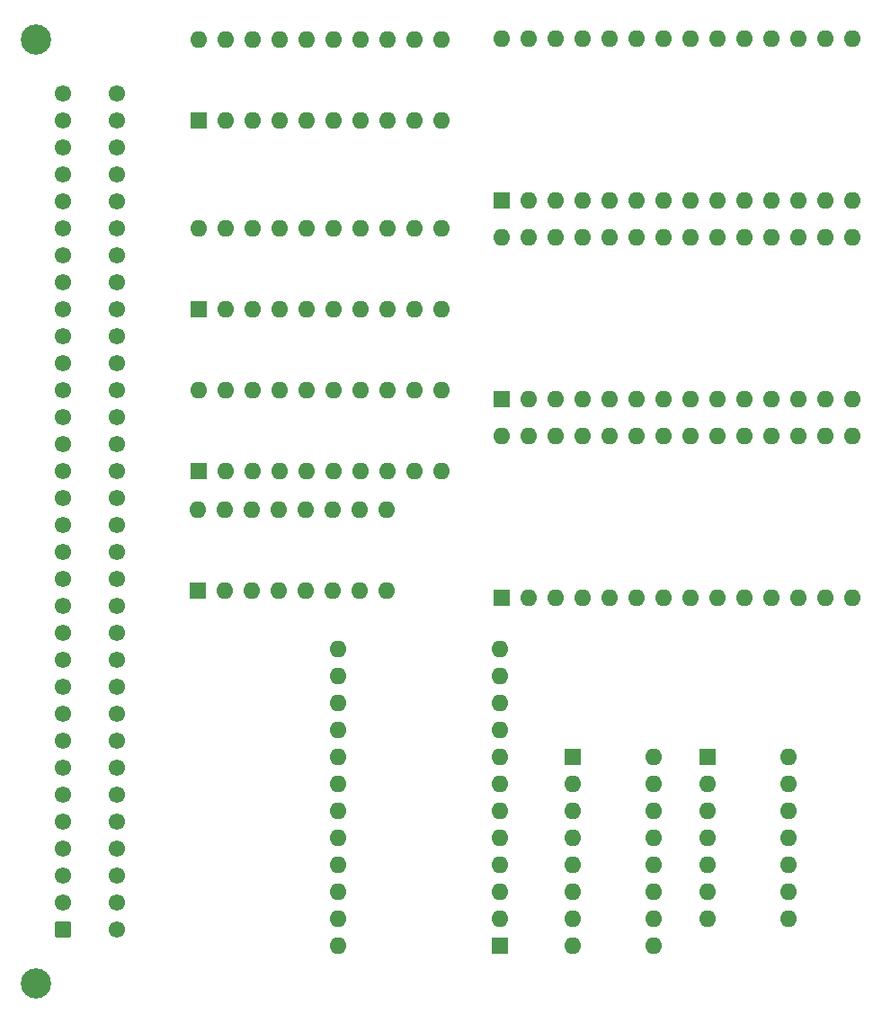
<source format=gbr>
%TF.GenerationSoftware,KiCad,Pcbnew,7.0.9*%
%TF.CreationDate,2024-04-21T12:45:51+02:00*%
%TF.ProjectId,C_-836,43c52d38-3336-42e6-9b69-6361645f7063,rev?*%
%TF.SameCoordinates,Original*%
%TF.FileFunction,Soldermask,Bot*%
%TF.FilePolarity,Negative*%
%FSLAX46Y46*%
G04 Gerber Fmt 4.6, Leading zero omitted, Abs format (unit mm)*
G04 Created by KiCad (PCBNEW 7.0.9) date 2024-04-21 12:45:51*
%MOMM*%
%LPD*%
G01*
G04 APERTURE LIST*
G04 Aperture macros list*
%AMRoundRect*
0 Rectangle with rounded corners*
0 $1 Rounding radius*
0 $2 $3 $4 $5 $6 $7 $8 $9 X,Y pos of 4 corners*
0 Add a 4 corners polygon primitive as box body*
4,1,4,$2,$3,$4,$5,$6,$7,$8,$9,$2,$3,0*
0 Add four circle primitives for the rounded corners*
1,1,$1+$1,$2,$3*
1,1,$1+$1,$4,$5*
1,1,$1+$1,$6,$7*
1,1,$1+$1,$8,$9*
0 Add four rect primitives between the rounded corners*
20,1,$1+$1,$2,$3,$4,$5,0*
20,1,$1+$1,$4,$5,$6,$7,0*
20,1,$1+$1,$6,$7,$8,$9,0*
20,1,$1+$1,$8,$9,$2,$3,0*%
G04 Aperture macros list end*
%ADD10R,1.600000X1.600000*%
%ADD11O,1.600000X1.600000*%
%ADD12C,2.850000*%
%ADD13RoundRect,0.249999X0.525001X-0.525001X0.525001X0.525001X-0.525001X0.525001X-0.525001X-0.525001X0*%
%ADD14C,1.550000*%
G04 APERTURE END LIST*
D10*
%TO.C,IC8*%
X91186000Y-56489600D03*
D11*
X93726000Y-56489600D03*
X96266000Y-56489600D03*
X98806000Y-56489600D03*
X101346000Y-56489600D03*
X103886000Y-56489600D03*
X106426000Y-56489600D03*
X108966000Y-56489600D03*
X111506000Y-56489600D03*
X114046000Y-56489600D03*
X116586000Y-56489600D03*
X119126000Y-56489600D03*
X121666000Y-56489600D03*
X124206000Y-56489600D03*
X124206000Y-41249600D03*
X121666000Y-41249600D03*
X119126000Y-41249600D03*
X116586000Y-41249600D03*
X114046000Y-41249600D03*
X111506000Y-41249600D03*
X108966000Y-41249600D03*
X106426000Y-41249600D03*
X103886000Y-41249600D03*
X101346000Y-41249600D03*
X98806000Y-41249600D03*
X96266000Y-41249600D03*
X93726000Y-41249600D03*
X91186000Y-41249600D03*
%TD*%
D10*
%TO.C,IC11*%
X91033600Y-126644400D03*
D11*
X91033600Y-124104400D03*
X91033600Y-121564400D03*
X91033600Y-119024400D03*
X91033600Y-116484400D03*
X91033600Y-113944400D03*
X91033600Y-111404400D03*
X91033600Y-108864400D03*
X91033600Y-106324400D03*
X91033600Y-103784400D03*
X91033600Y-101244400D03*
X91033600Y-98704400D03*
X75793600Y-98704400D03*
X75793600Y-101244400D03*
X75793600Y-103784400D03*
X75793600Y-106324400D03*
X75793600Y-108864400D03*
X75793600Y-111404400D03*
X75793600Y-113944400D03*
X75793600Y-116484400D03*
X75793600Y-119024400D03*
X75793600Y-121564400D03*
X75793600Y-124104400D03*
X75793600Y-126644400D03*
%TD*%
D10*
%TO.C,IC1*%
X62636400Y-48920400D03*
D11*
X65176400Y-48920400D03*
X67716400Y-48920400D03*
X70256400Y-48920400D03*
X72796400Y-48920400D03*
X75336400Y-48920400D03*
X77876400Y-48920400D03*
X80416400Y-48920400D03*
X82956400Y-48920400D03*
X85496400Y-48920400D03*
X85496400Y-41300400D03*
X82956400Y-41300400D03*
X80416400Y-41300400D03*
X77876400Y-41300400D03*
X75336400Y-41300400D03*
X72796400Y-41300400D03*
X70256400Y-41300400D03*
X67716400Y-41300400D03*
X65176400Y-41300400D03*
X62636400Y-41300400D03*
%TD*%
D10*
%TO.C,IC2*%
X62636400Y-66700400D03*
D11*
X65176400Y-66700400D03*
X67716400Y-66700400D03*
X70256400Y-66700400D03*
X72796400Y-66700400D03*
X75336400Y-66700400D03*
X77876400Y-66700400D03*
X80416400Y-66700400D03*
X82956400Y-66700400D03*
X85496400Y-66700400D03*
X85496400Y-59080400D03*
X82956400Y-59080400D03*
X80416400Y-59080400D03*
X77876400Y-59080400D03*
X75336400Y-59080400D03*
X72796400Y-59080400D03*
X70256400Y-59080400D03*
X67716400Y-59080400D03*
X65176400Y-59080400D03*
X62636400Y-59080400D03*
%TD*%
D12*
%TO.C,P1*%
X47345600Y-130200400D03*
X47345600Y-41300400D03*
D13*
X49885600Y-125120400D03*
D14*
X49885600Y-122580400D03*
X49885600Y-120040400D03*
X49885600Y-117500400D03*
X49885600Y-114960400D03*
X49885600Y-112420400D03*
X49885600Y-109880400D03*
X49885600Y-107340400D03*
X49885600Y-104800400D03*
X49885600Y-102260400D03*
X49885600Y-99720400D03*
X49885600Y-97180400D03*
X49885600Y-94640400D03*
X49885600Y-92100400D03*
X49885600Y-89560400D03*
X49885600Y-87020400D03*
X49885600Y-84480400D03*
X49885600Y-81940400D03*
X49885600Y-79400400D03*
X49885600Y-76860400D03*
X49885600Y-74320400D03*
X49885600Y-71780400D03*
X49885600Y-69240400D03*
X49885600Y-66700400D03*
X49885600Y-64160400D03*
X49885600Y-61620400D03*
X49885600Y-59080400D03*
X49885600Y-56540400D03*
X49885600Y-54000400D03*
X49885600Y-51460400D03*
X49885600Y-48920400D03*
X49885600Y-46380400D03*
X54965600Y-125120400D03*
X54965600Y-122580400D03*
X54965600Y-120040400D03*
X54965600Y-117500400D03*
X54965600Y-114960400D03*
X54965600Y-112420400D03*
X54965600Y-109880400D03*
X54965600Y-107340400D03*
X54965600Y-104800400D03*
X54965600Y-102260400D03*
X54965600Y-99720400D03*
X54965600Y-97180400D03*
X54965600Y-94640400D03*
X54965600Y-92100400D03*
X54965600Y-89560400D03*
X54965600Y-87020400D03*
X54965600Y-84480400D03*
X54965600Y-81940400D03*
X54965600Y-79400400D03*
X54965600Y-76860400D03*
X54965600Y-74320400D03*
X54965600Y-71780400D03*
X54965600Y-69240400D03*
X54965600Y-66700400D03*
X54965600Y-64160400D03*
X54965600Y-61620400D03*
X54965600Y-59080400D03*
X54965600Y-56540400D03*
X54965600Y-54000400D03*
X54965600Y-51460400D03*
X54965600Y-48920400D03*
X54965600Y-46380400D03*
%TD*%
D10*
%TO.C,IC7*%
X110591600Y-108859400D03*
D11*
X110591600Y-111399400D03*
X110591600Y-113939400D03*
X110591600Y-116479400D03*
X110591600Y-119019400D03*
X110591600Y-121559400D03*
X110591600Y-124099400D03*
X118211600Y-124099400D03*
X118211600Y-121559400D03*
X118211600Y-119019400D03*
X118211600Y-116479400D03*
X118211600Y-113939400D03*
X118211600Y-111399400D03*
X118211600Y-108859400D03*
%TD*%
D10*
%TO.C,IC10*%
X91186000Y-93903800D03*
D11*
X93726000Y-93903800D03*
X96266000Y-93903800D03*
X98806000Y-93903800D03*
X101346000Y-93903800D03*
X103886000Y-93903800D03*
X106426000Y-93903800D03*
X108966000Y-93903800D03*
X111506000Y-93903800D03*
X114046000Y-93903800D03*
X116586000Y-93903800D03*
X119126000Y-93903800D03*
X121666000Y-93903800D03*
X124206000Y-93903800D03*
X124206000Y-78663800D03*
X121666000Y-78663800D03*
X119126000Y-78663800D03*
X116586000Y-78663800D03*
X114046000Y-78663800D03*
X111506000Y-78663800D03*
X108966000Y-78663800D03*
X106426000Y-78663800D03*
X103886000Y-78663800D03*
X101346000Y-78663800D03*
X98806000Y-78663800D03*
X96266000Y-78663800D03*
X93726000Y-78663800D03*
X91186000Y-78663800D03*
%TD*%
D10*
%TO.C,IC3*%
X62636400Y-81940400D03*
D11*
X65176400Y-81940400D03*
X67716400Y-81940400D03*
X70256400Y-81940400D03*
X72796400Y-81940400D03*
X75336400Y-81940400D03*
X77876400Y-81940400D03*
X80416400Y-81940400D03*
X82956400Y-81940400D03*
X85496400Y-81940400D03*
X85496400Y-74320400D03*
X82956400Y-74320400D03*
X80416400Y-74320400D03*
X77876400Y-74320400D03*
X75336400Y-74320400D03*
X72796400Y-74320400D03*
X70256400Y-74320400D03*
X67716400Y-74320400D03*
X65176400Y-74320400D03*
X62636400Y-74320400D03*
%TD*%
D10*
%TO.C,IC9*%
X91186000Y-75184000D03*
D11*
X93726000Y-75184000D03*
X96266000Y-75184000D03*
X98806000Y-75184000D03*
X101346000Y-75184000D03*
X103886000Y-75184000D03*
X106426000Y-75184000D03*
X108966000Y-75184000D03*
X111506000Y-75184000D03*
X114046000Y-75184000D03*
X116586000Y-75184000D03*
X119126000Y-75184000D03*
X121666000Y-75184000D03*
X124206000Y-75184000D03*
X124206000Y-59944000D03*
X121666000Y-59944000D03*
X119126000Y-59944000D03*
X116586000Y-59944000D03*
X114046000Y-59944000D03*
X111506000Y-59944000D03*
X108966000Y-59944000D03*
X106426000Y-59944000D03*
X103886000Y-59944000D03*
X101346000Y-59944000D03*
X98806000Y-59944000D03*
X96266000Y-59944000D03*
X93726000Y-59944000D03*
X91186000Y-59944000D03*
%TD*%
D10*
%TO.C,IC6*%
X62534800Y-93218000D03*
D11*
X65074800Y-93218000D03*
X67614800Y-93218000D03*
X70154800Y-93218000D03*
X72694800Y-93218000D03*
X75234800Y-93218000D03*
X77774800Y-93218000D03*
X80314800Y-93218000D03*
X80314800Y-85598000D03*
X77774800Y-85598000D03*
X75234800Y-85598000D03*
X72694800Y-85598000D03*
X70154800Y-85598000D03*
X67614800Y-85598000D03*
X65074800Y-85598000D03*
X62534800Y-85598000D03*
%TD*%
D10*
%TO.C,IC4*%
X97891600Y-108864400D03*
D11*
X97891600Y-111404400D03*
X97891600Y-113944400D03*
X97891600Y-116484400D03*
X97891600Y-119024400D03*
X97891600Y-121564400D03*
X97891600Y-124104400D03*
X97891600Y-126644400D03*
X105511600Y-126644400D03*
X105511600Y-124104400D03*
X105511600Y-121564400D03*
X105511600Y-119024400D03*
X105511600Y-116484400D03*
X105511600Y-113944400D03*
X105511600Y-111404400D03*
X105511600Y-108864400D03*
%TD*%
M02*

</source>
